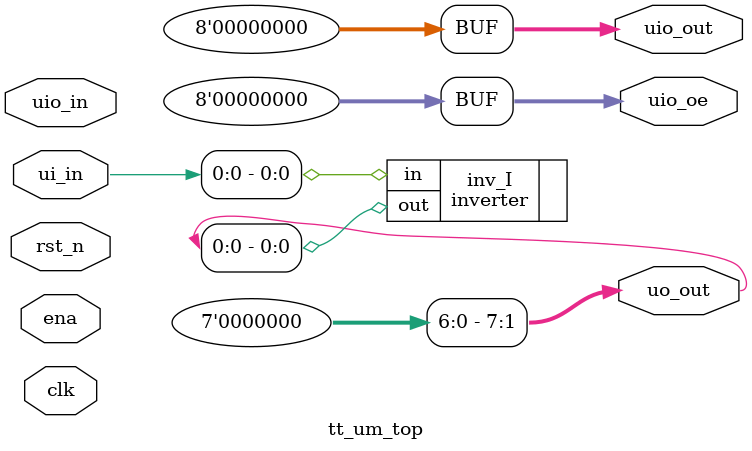
<source format=v>
module tt_um_top (
    input  wire [7:0] ui_in,    // Dedicated inputs - connected to the input switches
    output wire [7:0] uo_out,   // Dedicated outputs - connected to the 7 segment display
    input  wire [7:0] uio_in,   // IOs: Bidirectional Input path
    output wire [7:0] uio_out,  // IOs: Bidirectional Output path
    output wire [7:0] uio_oe,   // IOs: Bidirectional Enable path (active high: 0=input, 1=output)
    input  wire       ena,      // will go high when the design is enabled
    input  wire       clk,      // clock
    input  wire       rst_n     // reset_n - low to reset
);

// instance of inverter
inverter inv_I(
    .in(ui_in[0]),
    .out(uo_out[0])
);

assign uo_out[7:1] = 7'b0000_000;
assign uio_out = 8'b0;
assign uio_oe = 8'b0;

    
endmodule
</source>
